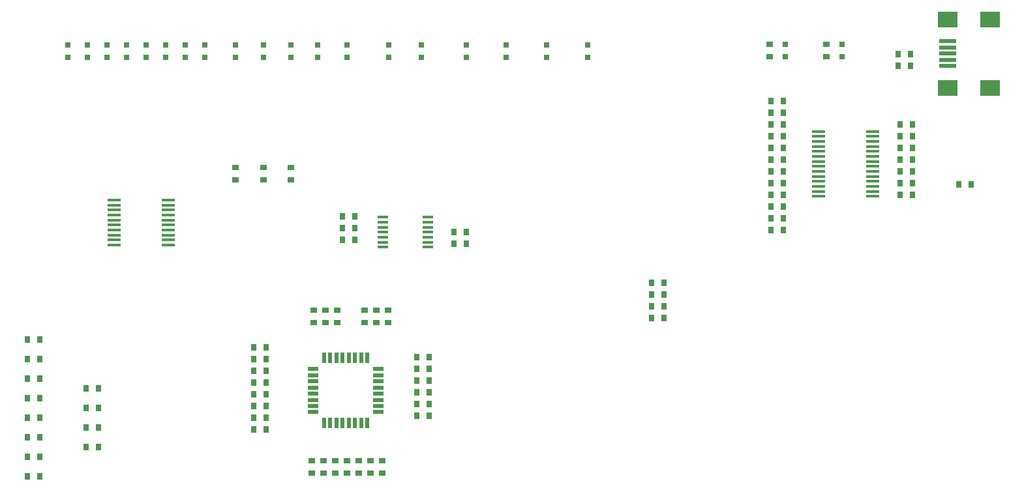
<source format=gtp>
G04*
G04 #@! TF.GenerationSoftware,Altium Limited,Altium Designer,22.3.1 (43)*
G04*
G04 Layer_Color=8421504*
%FSLAX25Y25*%
%MOIN*%
G70*
G04*
G04 #@! TF.SameCoordinates,3349D2AC-C315-450D-AF27-8CF08F727A17*
G04*
G04*
G04 #@! TF.FilePolarity,Positive*
G04*
G01*
G75*
%ADD15R,0.03150X0.03150*%
%ADD16R,0.09843X0.07874*%
%ADD17R,0.09055X0.01968*%
%ADD18R,0.03150X0.03740*%
%ADD19R,0.02362X0.05807*%
%ADD20R,0.05807X0.02362*%
%ADD21R,0.03740X0.03150*%
%ADD22R,0.06693X0.01772*%
%ADD23R,0.07087X0.01772*%
%ADD24R,0.05807X0.01772*%
D15*
X147500Y340650D02*
D03*
Y334350D02*
D03*
X107500Y340650D02*
D03*
Y334350D02*
D03*
X473000Y334850D02*
D03*
Y341150D02*
D03*
X444000Y334850D02*
D03*
Y341150D02*
D03*
X205000Y334350D02*
D03*
Y340650D02*
D03*
X258000Y334350D02*
D03*
Y340650D02*
D03*
X241500Y334350D02*
D03*
Y340650D02*
D03*
X301500Y334350D02*
D03*
Y340650D02*
D03*
X281000Y334350D02*
D03*
Y340650D02*
D03*
X191500Y334350D02*
D03*
Y340650D02*
D03*
X177500Y334350D02*
D03*
Y340650D02*
D03*
X163000Y334350D02*
D03*
Y340650D02*
D03*
X322000Y334350D02*
D03*
Y340650D02*
D03*
X343000Y334350D02*
D03*
Y340650D02*
D03*
X220000Y334350D02*
D03*
Y340650D02*
D03*
X77500Y334350D02*
D03*
Y340650D02*
D03*
X87500Y334350D02*
D03*
Y340650D02*
D03*
X97500Y334350D02*
D03*
Y340650D02*
D03*
X117500Y334350D02*
D03*
Y340650D02*
D03*
X127500Y334350D02*
D03*
Y340650D02*
D03*
X137500Y334350D02*
D03*
Y340650D02*
D03*
D16*
X527157Y318819D02*
D03*
X548811D02*
D03*
Y353858D02*
D03*
X527157D02*
D03*
D17*
Y342638D02*
D03*
Y339488D02*
D03*
Y336339D02*
D03*
Y333189D02*
D03*
Y330039D02*
D03*
D18*
X172350Y180000D02*
D03*
X178650D02*
D03*
X375850Y219000D02*
D03*
X382150D02*
D03*
Y207000D02*
D03*
X375850D02*
D03*
Y213000D02*
D03*
X382150D02*
D03*
X375850Y201000D02*
D03*
X382150D02*
D03*
X63150Y190000D02*
D03*
X56850D02*
D03*
X63150Y180000D02*
D03*
X56850D02*
D03*
X86850Y165000D02*
D03*
X93150D02*
D03*
X63150Y170000D02*
D03*
X56850D02*
D03*
X86850Y155000D02*
D03*
X93150D02*
D03*
X63150Y160000D02*
D03*
X56850D02*
D03*
X86850Y145000D02*
D03*
X93150D02*
D03*
X63150Y150000D02*
D03*
X56850D02*
D03*
X86850Y135000D02*
D03*
X93150D02*
D03*
X63150Y140000D02*
D03*
X56850D02*
D03*
X63150Y130000D02*
D03*
X56850D02*
D03*
X63150Y120000D02*
D03*
X56850D02*
D03*
X255850Y181000D02*
D03*
X262150D02*
D03*
X172350Y186000D02*
D03*
X178650D02*
D03*
X255850Y175000D02*
D03*
X262150D02*
D03*
X255850Y169000D02*
D03*
X262150D02*
D03*
X172350Y174000D02*
D03*
X178650D02*
D03*
X255850Y163000D02*
D03*
X262150D02*
D03*
X172350Y168000D02*
D03*
X178650D02*
D03*
X255850Y157000D02*
D03*
X262150D02*
D03*
X172350Y162000D02*
D03*
X178650D02*
D03*
X255850Y151000D02*
D03*
X262150D02*
D03*
X172350Y156000D02*
D03*
X178650D02*
D03*
X172350Y150000D02*
D03*
X178650D02*
D03*
X172350Y144000D02*
D03*
X178650D02*
D03*
X502850Y276000D02*
D03*
X509150D02*
D03*
X443150Y306000D02*
D03*
X436850D02*
D03*
X436701Y312000D02*
D03*
X443000D02*
D03*
X443150Y300000D02*
D03*
X436850D02*
D03*
Y294000D02*
D03*
X443150D02*
D03*
X539150Y269500D02*
D03*
X532850D02*
D03*
X443150Y288000D02*
D03*
X436850D02*
D03*
X508150Y336000D02*
D03*
X501850D02*
D03*
X443150Y282000D02*
D03*
X436850D02*
D03*
X501850Y330000D02*
D03*
X508150D02*
D03*
X443150Y276000D02*
D03*
X436850D02*
D03*
X443150Y270000D02*
D03*
X436850D02*
D03*
X509150D02*
D03*
X502850D02*
D03*
X443150Y264000D02*
D03*
X436850D02*
D03*
X509150D02*
D03*
X502850D02*
D03*
X443150Y258000D02*
D03*
X436850D02*
D03*
X443150Y252000D02*
D03*
X436850D02*
D03*
X443150Y246000D02*
D03*
X436850D02*
D03*
X502850Y288000D02*
D03*
X509150D02*
D03*
X502850Y294000D02*
D03*
X509150D02*
D03*
X502850Y300000D02*
D03*
X509150D02*
D03*
Y282000D02*
D03*
X502850D02*
D03*
X217850Y253000D02*
D03*
X224150D02*
D03*
X217850Y247000D02*
D03*
X224150D02*
D03*
X217850Y241000D02*
D03*
X224150D02*
D03*
X281150Y239000D02*
D03*
X274850D02*
D03*
X281150Y245000D02*
D03*
X274850D02*
D03*
D19*
X208476Y180685D02*
D03*
X211626D02*
D03*
X214776D02*
D03*
X217925D02*
D03*
X221075D02*
D03*
X224224D02*
D03*
X227374D02*
D03*
X230524D02*
D03*
Y147315D02*
D03*
X227374D02*
D03*
X224224D02*
D03*
X221075D02*
D03*
X217925D02*
D03*
X214776D02*
D03*
X211626D02*
D03*
X208476D02*
D03*
D20*
X236185Y175024D02*
D03*
Y171874D02*
D03*
Y168724D02*
D03*
Y165575D02*
D03*
Y162425D02*
D03*
Y159276D02*
D03*
Y156126D02*
D03*
Y152976D02*
D03*
X202815D02*
D03*
Y156126D02*
D03*
Y159276D02*
D03*
Y162425D02*
D03*
Y165575D02*
D03*
Y168724D02*
D03*
Y171874D02*
D03*
Y175024D02*
D03*
D21*
X229000Y198850D02*
D03*
Y205150D02*
D03*
X215000D02*
D03*
Y198850D02*
D03*
X235000D02*
D03*
Y205150D02*
D03*
X209000D02*
D03*
Y198850D02*
D03*
X241000D02*
D03*
Y205150D02*
D03*
X203000D02*
D03*
Y198850D02*
D03*
X238000Y128150D02*
D03*
Y121850D02*
D03*
X232000Y128150D02*
D03*
Y121850D02*
D03*
X226000Y128150D02*
D03*
Y121850D02*
D03*
X220000Y128150D02*
D03*
Y121850D02*
D03*
X202000D02*
D03*
Y128150D02*
D03*
X214000D02*
D03*
Y121850D02*
D03*
X208000Y128150D02*
D03*
Y121850D02*
D03*
X465000Y341150D02*
D03*
Y334850D02*
D03*
X436000Y341150D02*
D03*
Y334850D02*
D03*
X163000Y271850D02*
D03*
Y278150D02*
D03*
X177500Y271850D02*
D03*
Y278150D02*
D03*
X191500Y271850D02*
D03*
Y278150D02*
D03*
D22*
X488780Y296634D02*
D03*
Y294075D02*
D03*
Y291516D02*
D03*
Y288957D02*
D03*
Y286398D02*
D03*
Y283839D02*
D03*
Y281280D02*
D03*
Y278720D02*
D03*
Y276161D02*
D03*
Y273602D02*
D03*
Y271043D02*
D03*
Y268484D02*
D03*
Y265925D02*
D03*
Y263366D02*
D03*
X461220D02*
D03*
Y265925D02*
D03*
Y268484D02*
D03*
Y271043D02*
D03*
Y273602D02*
D03*
Y276161D02*
D03*
Y278720D02*
D03*
Y281280D02*
D03*
Y283839D02*
D03*
Y286398D02*
D03*
Y288957D02*
D03*
Y291516D02*
D03*
Y294075D02*
D03*
Y296634D02*
D03*
D23*
X101024Y261516D02*
D03*
Y258957D02*
D03*
Y256398D02*
D03*
Y253839D02*
D03*
Y251280D02*
D03*
Y248720D02*
D03*
Y246161D02*
D03*
Y243602D02*
D03*
Y241043D02*
D03*
Y238484D02*
D03*
X128976D02*
D03*
Y241043D02*
D03*
Y243602D02*
D03*
Y246161D02*
D03*
Y248720D02*
D03*
Y251280D02*
D03*
Y253839D02*
D03*
Y256398D02*
D03*
Y258957D02*
D03*
Y261516D02*
D03*
D24*
X238433Y252677D02*
D03*
Y250118D02*
D03*
Y247559D02*
D03*
Y245000D02*
D03*
Y242441D02*
D03*
Y239882D02*
D03*
Y237323D02*
D03*
X261567D02*
D03*
Y239882D02*
D03*
Y242441D02*
D03*
Y245000D02*
D03*
Y247559D02*
D03*
Y250118D02*
D03*
Y252677D02*
D03*
M02*

</source>
